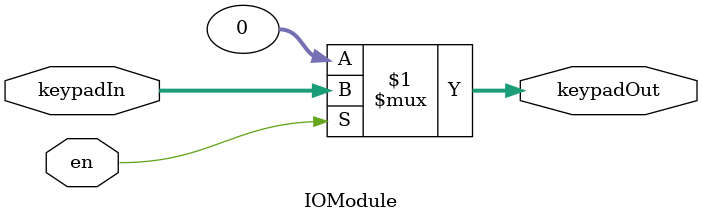
<source format=v>
module IOModule(
    input [31:0] keypadIn,
    input en,
    output [31:0] keypadOut
);

assign keypadOut = en ? keypadIn : 32'h0;

endmodule
</source>
